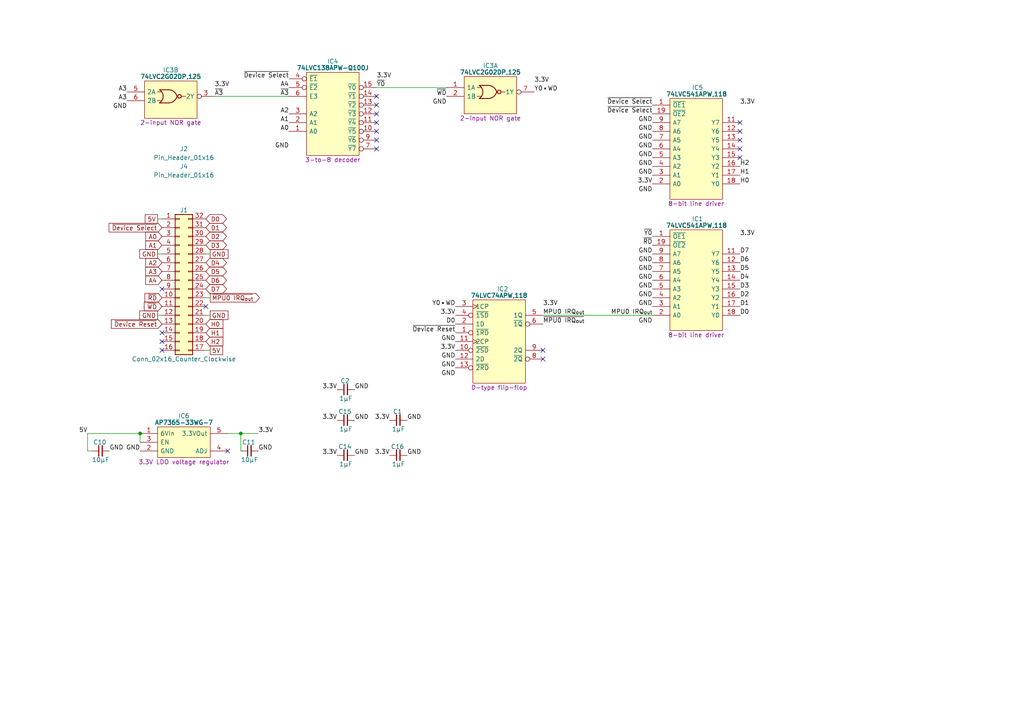
<source format=kicad_sch>
(kicad_sch (version 20250114) (generator "eeschema") (generator_version "9.0")
  (paper "A4")
  (title_block (title "Processor Small Device") (date "2025-09-19") (rev "V0"))
  (lib_symbols
    (symbol "Connector_Generic:Conn_02x16_Counter_Clockwise" (pin_names (offset 1.016) (hide yes))
      (property "Reference" "J" (at 1.27 20.32 0))
      (property "Value" "Conn_02x16_Counter_Clockwise" (at 1.27 -22.86 0))
      (symbol "Conn_02x16_Counter_Clockwise_1_1"
        (rectangle (start -1.27 19.05) (end 3.81 -21.59) (stroke (width 0.254)) (fill (type background)))
        (rectangle (start -1.27 17.907) (end 0 17.653) (stroke (width 0.1524)))
        (rectangle (start -1.27 15.367) (end 0 15.113) (stroke (width 0.1524)))
        (rectangle (start -1.27 12.827) (end 0 12.573) (stroke (width 0.1524)))
        (rectangle (start -1.27 10.287) (end 0 10.033) (stroke (width 0.1524)))
        (rectangle (start -1.27 7.747) (end 0 7.493) (stroke (width 0.1524)))
        (rectangle (start -1.27 5.207) (end 0 4.953) (stroke (width 0.1524)))
        (rectangle (start -1.27 2.667) (end 0 2.413) (stroke (width 0.1524)))
        (rectangle (start -1.27 0.127) (end 0 -0.127) (stroke (width 0.1524)))
        (rectangle (start -1.27 -2.413) (end 0 -2.667) (stroke (width 0.1524)))
        (rectangle (start -1.27 -4.953) (end 0 -5.207) (stroke (width 0.1524)))
        (rectangle (start -1.27 -7.493) (end 0 -7.747) (stroke (width 0.1524)))
        (rectangle (start -1.27 -10.033) (end 0 -10.287) (stroke (width 0.1524)))
        (rectangle (start -1.27 -12.573) (end 0 -12.827) (stroke (width 0.1524)))
        (rectangle (start -1.27 -15.113) (end 0 -15.367) (stroke (width 0.1524)))
        (rectangle (start -1.27 -17.653) (end 0 -17.907) (stroke (width 0.1524)))
        (rectangle (start -1.27 -20.193) (end 0 -20.447) (stroke (width 0.1524)))
        (rectangle (start 3.81 17.907) (end 2.54 17.653) (stroke (width 0.1524)))
        (rectangle (start 3.81 15.367) (end 2.54 15.113) (stroke (width 0.1524)))
        (rectangle (start 3.81 12.827) (end 2.54 12.573) (stroke (width 0.1524)))
        (rectangle (start 3.81 10.287) (end 2.54 10.033) (stroke (width 0.1524)))
        (rectangle (start 3.81 7.747) (end 2.54 7.493) (stroke (width 0.1524)))
        (rectangle (start 3.81 5.207) (end 2.54 4.953) (stroke (width 0.1524)))
        (rectangle (start 3.81 2.667) (end 2.54 2.413) (stroke (width 0.1524)))
        (rectangle (start 3.81 0.127) (end 2.54 -0.127) (stroke (width 0.1524)))
        (rectangle (start 3.81 -2.413) (end 2.54 -2.667) (stroke (width 0.1524)))
        (rectangle (start 3.81 -4.953) (end 2.54 -5.207) (stroke (width 0.1524)))
        (rectangle (start 3.81 -7.493) (end 2.54 -7.747) (stroke (width 0.1524)))
        (rectangle (start 3.81 -10.033) (end 2.54 -10.287) (stroke (width 0.1524)))
        (rectangle (start 3.81 -12.573) (end 2.54 -12.827) (stroke (width 0.1524)))
        (rectangle (start 3.81 -15.113) (end 2.54 -15.367) (stroke (width 0.1524)))
        (rectangle (start 3.81 -17.653) (end 2.54 -17.907) (stroke (width 0.1524)))
        (rectangle (start 3.81 -20.193) (end 2.54 -20.447) (stroke (width 0.1524)))
        (pin passive line (at -5.08 17.78 0) (length 3.81) (name "Pin_1") (number "1"))
        (pin passive line (at -5.08 15.24 0) (length 3.81) (name "Pin_2") (number "2"))
        (pin passive line (at -5.08 12.7 0) (length 3.81) (name "Pin_3") (number "3"))
        (pin passive line (at -5.08 10.16 0) (length 3.81) (name "Pin_4") (number "4"))
        (pin passive line (at -5.08 7.62 0) (length 3.81) (name "Pin_5") (number "5"))
        (pin passive line (at -5.08 5.08 0) (length 3.81) (name "Pin_6") (number "6"))
        (pin passive line (at -5.08 2.54 0) (length 3.81) (name "Pin_7") (number "7"))
        (pin passive line (at -5.08 0 0) (length 3.81) (name "Pin_8") (number "8"))
        (pin passive line (at -5.08 -2.54 0) (length 3.81) (name "Pin_9") (number "9"))
        (pin passive line (at -5.08 -5.08 0) (length 3.81) (name "Pin_10") (number "10"))
        (pin passive line (at -5.08 -7.62 0) (length 3.81) (name "Pin_11") (number "11"))
        (pin passive line (at -5.08 -10.16 0) (length 3.81) (name "Pin_12") (number "12"))
        (pin passive line (at -5.08 -12.7 0) (length 3.81) (name "Pin_13") (number "13"))
        (pin passive line (at -5.08 -15.24 0) (length 3.81) (name "Pin_14") (number "14"))
        (pin passive line (at -5.08 -17.78 0) (length 3.81) (name "Pin_15") (number "15"))
        (pin passive line (at -5.08 -20.32 0) (length 3.81) (name "Pin_16") (number "16"))
        (pin passive line (at 7.62 17.78 180) (length 3.81) (name "Pin_32") (number "32"))
        (pin passive line (at 7.62 15.24 180) (length 3.81) (name "Pin_31") (number "31"))
        (pin passive line (at 7.62 12.7 180) (length 3.81) (name "Pin_30") (number "30"))
        (pin passive line (at 7.62 10.16 180) (length 3.81) (name "Pin_29") (number "29"))
        (pin passive line (at 7.62 7.62 180) (length 3.81) (name "Pin_28") (number "28"))
        (pin passive line (at 7.62 5.08 180) (length 3.81) (name "Pin_27") (number "27"))
        (pin passive line (at 7.62 2.54 180) (length 3.81) (name "Pin_26") (number "26"))
        (pin passive line (at 7.62 0 180) (length 3.81) (name "Pin_25") (number "25"))
        (pin passive line (at 7.62 -2.54 180) (length 3.81) (name "Pin_24") (number "24"))
        (pin passive line (at 7.62 -5.08 180) (length 3.81) (name "Pin_23") (number "23"))
        (pin passive line (at 7.62 -7.62 180) (length 3.81) (name "Pin_22") (number "22"))
        (pin passive line (at 7.62 -10.16 180) (length 3.81) (name "Pin_21") (number "21"))
        (pin passive line (at 7.62 -12.7 180) (length 3.81) (name "Pin_20") (number "20"))
        (pin passive line (at 7.62 -15.24 180) (length 3.81) (name "Pin_19") (number "19"))
        (pin passive line (at 7.62 -17.78 180) (length 3.81) (name "Pin_18") (number "18"))
        (pin passive line (at 7.62 -20.32 180) (length 3.81) (name "Pin_17") (number "17"))
      )
    )
    (symbol "Diodes_Inc:AP7365-33WG-7" (pin_names (offset 0.762))
      (property "Reference" "IC" (at 12.7 5.08 0))
      (property "Value" "AP7365-33WG-7" (at 12.7 3.175 0))
      (property "Description" "3.3V LDO voltage regulator" (at 12.7 -8.255 0))
      (symbol "AP7365-33WG-7_0_0"
        (pin input line (at 0 -2.54 0) (length 5.08) (name "EN") (number "3"))
        (pin passive line (at 0 -5.08 0) (length 5.08) (name "GND") (number "2"))
        (pin passive line (at 25.4 -5.08 180) (length 5.08) (name "ADJ") (number "4"))
      )
      (symbol "AP7365-33WG-7_0_1"
        (polyline (pts (xy 5.08 1.905) (xy 20.32 1.905) (xy 20.32 -6.985) (xy 5.08 -6.985) (xy 5.08 1.905)) (fill (type background)))
      )
      (symbol "AP7365-33WG-7_1_0"
        (pin passive line (at 0 0 0) (length 5.08) (name "6VIn") (number "1"))
        (pin passive line (at 25.4 0 180) (length 5.08) (name "3.3VOut") (number "5"))
      )
    )
    (symbol "HCP65:C_0805" (pin_numbers (hide yes)) (pin_names (offset 0.254) (hide yes))
      (property "Reference" "C" (at 2.286 2.54 0))
      (property "Value" "?μF" (at 2.54 -2.54 0))
      (symbol "C_0805_0_1"
        (polyline (pts (xy 1.9685 -1.4605) (xy 1.9685 1.5875)) (stroke (width 0.3048)))
        (polyline (pts (xy 2.9845 -1.4605) (xy 2.9845 1.5875)) (stroke (width 0.3302)))
      )
      (symbol "C_0805_1_1"
        (pin passive line (at 0 0 0) (length 2.032) (name "~") (number "1"))
        (pin passive line (at 5.08 0 180) (length 2.032) (name "~") (number "2"))
      )
    )
    (symbol "HCP65:Pin_Header_01x16" (pin_names (offset 1.016) (hide yes))
      (property "Reference" "J" (at 0 1.27 0))
      (property "Value" "Pin_Header_01x16" (at 0 -1.27 0))
    )
    (symbol "Nexperia:74LVC138APW-Q100J" (pin_names (offset 0.762))
      (property "Reference" "IC" (at 12.7 3.175 0))
      (property "Value" "74LVC138APW-Q100J" (at 12.7 1.27 0))
      (property "Description" "3-to-8 decoder" (at 12.7 -25.4 0))
      (symbol "74LVC138APW-Q100J_0_0"
        (pin input line (at 0 -6.985 0) (length 5.08) (name "E3") (number "6"))
        (pin input line (at 0 -12.065 0) (length 5.08) (name "A2") (number "3"))
        (pin input line (at 0 -14.605 0) (length 5.08) (name "A1") (number "2"))
        (pin input line (at 0 -17.145 0) (length 5.08) (name "A0") (number "1"))
        (pin passive line (at 0 -22.225 0) (length 5.08) (hide yes) (name "GND") (number "8"))
        (pin passive line (at 25.4 -1.905 180) (length 5.08) (hide yes) (name "3V") (number "16"))
        (pin output inverted (at 25.4 -4.445 180) (length 5.08) (name "~{Y0}") (number "15"))
        (pin output inverted (at 25.4 -6.985 180) (length 5.08) (name "~{Y1}") (number "14"))
        (pin output inverted (at 25.4 -9.525 180) (length 5.08) (name "~{Y2}") (number "13"))
        (pin output inverted (at 25.4 -12.065 180) (length 5.08) (name "~{Y3}") (number "12"))
        (pin output inverted (at 25.4 -14.605 180) (length 5.08) (name "~{Y4}") (number "11"))
        (pin output inverted (at 25.4 -17.145 180) (length 5.08) (name "~{Y5}") (number "10"))
        (pin output inverted (at 25.4 -19.685 180) (length 5.08) (name "~{Y6}") (number "9"))
        (pin output inverted (at 25.4 -22.225 180) (length 5.08) (name "~{Y7}") (number "7"))
      )
      (symbol "74LVC138APW-Q100J_0_1"
        (polyline (pts (xy 5.08 0) (xy 20.32 0) (xy 20.32 -24.13) (xy 5.08 -24.13) (xy 5.08 0)) (stroke (width 0.1524)) (fill (type background)))
      )
      (symbol "74LVC138APW-Q100J_1_0"
        (pin input inverted (at 0 -1.905 0) (length 5.08) (name "~{E1}") (number "4"))
        (pin input inverted (at 0 -4.445 0) (length 5.08) (name "~{E2}") (number "5"))
      )
    )
    (symbol "Nexperia:74LVC2G02DP,125_Multi" (pin_names (offset 0.762))
      (property "Reference" "IC" (at 12.7 5.08 0))
      (property "Value" "74LVC2G02DP,125" (at 12.7 3.175 0))
      (property "Description" "2-input NOR gate" (at 12.7 -10.16 0))
      (symbol "74LVC2G02DP,125_Multi_0_0"
        (pin passive line (at 0 -6.35 0) (length 5.08) (hide yes) (name "GND") (number "4"))
        (pin passive line (at 25.4 0 180) (length 5.08) (hide yes) (name "3V") (number "8"))
      )
      (symbol "74LVC2G02DP,125_Multi_0_1"
        (polyline (pts (xy 5.08 1.905) (xy 20.32 1.905) (xy 20.32 -8.89) (xy 5.08 -8.89) (xy 5.08 1.905)) (stroke (width 0.1524)) (fill (type background)))
        (arc (start 9.437 -0.635) (mid 10.4969 -2.54) (end 9.437 -4.445) (stroke (width 0.254)))
        (polyline (pts (xy 8.802 -1.27) (xy 10.0719 -1.27)))
        (polyline (pts (xy 8.802 -3.81) (xy 10.0719 -3.81)))
        (polyline (pts (xy 11.977 -0.635) (xy 9.437 -0.635)) (stroke (width 0.254)) (fill (type background)))
        (polyline (pts (xy 11.977 -4.445) (xy 9.437 -4.445)) (stroke (width 0.254)) (fill (type background)))
        (arc (start 14.517 -2.54) (mid 13.5755 -3.9305) (end 11.977 -4.445) (stroke (width 0.254)))
        (arc (start 11.977 -0.635) (mid 13.576 -1.1488) (end 14.517 -2.54) (stroke (width 0.254)))
        (circle (center 15.24 -2.54) (radius 0.508) (stroke (width 0.254)))
        (polyline (pts (xy 15.875 -2.54) (xy 17.057 -2.54)))
      )
      (symbol "74LVC2G02DP,125_Multi_1_0"
        (pin input line (at 0 -1.27 0) (length 5.08) (name "1A") (number "1"))
        (pin input line (at 0 -3.81 0) (length 5.08) (name "1B") (number "2"))
        (pin output inverted (at 25.4 -2.54 180) (length 5.08) (name "1Y") (number "7"))
      )
      (symbol "74LVC2G02DP,125_Multi_2_0"
        (pin input line (at 0 -1.27 0) (length 5.08) (name "2A") (number "5"))
        (pin input line (at 0 -3.81 0) (length 5.08) (name "2B") (number "6"))
        (pin output inverted (at 25.4 -2.54 180) (length 5.08) (name "2Y") (number "3"))
      )
    )
    (symbol "Nexperia:74LVC541APW,118" (pin_names (offset 0.762))
      (property "Reference" "IC" (at 11.43 5.08 0))
      (property "Value" "74LVC541APW,118" (at 3.81 3.175 0))
      (property "Description" "8-bit line driver" (at 12.7 -28.575 0))
      (symbol "74LVC541APW,118_0_0"
        (pin input line (at 0 0 0) (length 5.08) (name "~{OE1}") (number "1"))
        (pin input line (at 0 -2.54 0) (length 5.08) (name "~{OE2}") (number "19"))
        (pin input line (at 0 -5.08 0) (length 5.08) (name "A7") (number "9"))
        (pin input line (at 0 -7.62 0) (length 5.08) (name "A6") (number "8"))
        (pin input line (at 0 -10.16 0) (length 5.08) (name "A5") (number "7"))
        (pin input line (at 0 -12.7 0) (length 5.08) (name "A4") (number "6"))
        (pin input line (at 0 -15.24 0) (length 5.08) (name "A3") (number "5"))
        (pin input line (at 0 -17.78 0) (length 5.08) (name "A2") (number "4"))
        (pin input line (at 0 -20.32 0) (length 5.08) (name "A1") (number "3"))
        (pin input line (at 0 -22.86 0) (length 5.08) (name "A0") (number "2"))
        (pin passive line (at 0 -25.4 0) (length 5.08) (hide yes) (name "GND") (number "10"))
        (pin passive line (at 25.4 0 180) (length 5.08) (hide yes) (name "3V") (number "20"))
        (pin tri_state line (at 25.4 -5.08 180) (length 5.08) (name "Y7") (number "11"))
        (pin tri_state line (at 25.4 -7.62 180) (length 5.08) (name "Y6") (number "12"))
        (pin tri_state line (at 25.4 -10.16 180) (length 5.08) (name "Y5") (number "13"))
        (pin tri_state line (at 25.4 -12.7 180) (length 5.08) (name "Y4") (number "14"))
        (pin tri_state line (at 25.4 -15.24 180) (length 5.08) (name "Y3") (number "15"))
        (pin tri_state line (at 25.4 -17.78 180) (length 5.08) (name "Y2") (number "16"))
        (pin tri_state line (at 25.4 -20.32 180) (length 5.08) (name "Y1") (number "17"))
        (pin tri_state line (at 25.4 -22.86 180) (length 5.08) (name "Y0") (number "18"))
      )
      (symbol "74LVC541APW,118_0_1"
        (polyline (pts (xy 5.08 1.905) (xy 20.32 1.905) (xy 20.32 -27.305) (xy 5.08 -27.305) (xy 5.08 1.905)) (stroke (width 0.1524)) (fill (type background)))
      )
    )
    (symbol "Nexperia:74LVC74APW,118" (pin_names (offset 0.762))
      (property "Reference" "IC" (at 12.065 5.08 0))
      (property "Value" "74LVC74APW,118" (at 12.7 3.175 0))
      (property "Description" "D-type flip-flop" (at 12.7 -23.495 0))
      (symbol "74LVC74APW,118_0_0"
        (pin input clock (at 0 0 0) (length 5.08) (name "1CP") (number "3"))
        (pin input inverted (at 0 -2.54 0) (length 5.08) (name "~{1SD}") (number "4"))
        (pin input line (at 0 -5.08 0) (length 5.08) (name "1D") (number "2"))
        (pin input inverted (at 0 -7.62 0) (length 5.08) (name "~{1RD}") (number "1"))
        (pin input clock (at 0 -10.16 0) (length 5.08) (name "2CP") (number "11"))
        (pin input inverted (at 0 -12.7 0) (length 5.08) (name "~{2SD}") (number "10"))
        (pin input line (at 0 -15.24 0) (length 5.08) (name "2D") (number "12"))
        (pin input inverted (at 0 -17.78 0) (length 5.08) (name "~{2RD}") (number "13"))
        (pin passive line (at 0 -20.32 0) (length 5.08) (hide yes) (name "GND") (number "7"))
        (pin passive line (at 25.4 0 180) (length 5.08) (hide yes) (name "3V") (number "14"))
        (pin output line (at 25.4 -2.54 180) (length 5.08) (name "1Q") (number "5"))
        (pin output inverted (at 25.4 -5.08 180) (length 5.08) (name "~{1Q}") (number "6"))
        (pin output line (at 25.4 -12.7 180) (length 5.08) (name "2Q") (number "9"))
        (pin output inverted (at 25.4 -15.24 180) (length 5.08) (name "~{2Q}") (number "8"))
      )
      (symbol "74LVC74APW,118_0_1"
        (polyline (pts (xy 5.08 1.905) (xy 20.32 1.905) (xy 20.32 -22.225) (xy 5.08 -22.225) (xy 5.08 1.905)) (stroke (width 0.1524)) (fill (type background)))
      )
    )
  )
  (junction (at 40.64 125.73))
  (junction (at 69.85 125.73))
  (no_connect (at 109.22 40.64))
  (no_connect (at 109.22 38.1))
  (no_connect (at 66.04 130.81))
  (no_connect (at 109.22 30.48))
  (no_connect (at 109.22 35.56))
  (no_connect (at 214.63 40.64))
  (no_connect (at 46.99 96.52))
  (no_connect (at 157.48 104.14))
  (no_connect (at 46.99 101.6))
  (no_connect (at 214.63 38.1))
  (no_connect (at 214.63 35.56))
  (no_connect (at 46.99 99.06))
  (no_connect (at 214.63 45.72))
  (no_connect (at 109.22 27.94))
  (no_connect (at 109.22 33.02))
  (no_connect (at 59.69 88.9))
  (no_connect (at 157.48 101.6))
  (no_connect (at 109.22 43.18))
  (no_connect (at 214.63 43.18))
  (no_connect (at 46.99 83.82))
  (wire (pts (xy 60.96 86.36) (xy 59.69 86.36)))
  (wire (pts (xy 69.85 130.81) (xy 69.85 125.73)))
  (wire (pts (xy 25.4 125.73) (xy 40.64 125.73)))
  (wire (pts (xy 45.72 91.44) (xy 46.99 91.44)))
  (wire (pts (xy 40.64 125.73) (xy 40.64 128.27)))
  (wire (pts (xy 60.96 101.6) (xy 59.69 101.6)))
  (wire (pts (xy 45.72 73.66) (xy 46.99 73.66)))
  (wire (pts (xy 157.48 91.44) (xy 189.23 91.44)))
  (wire (pts (xy 66.04 125.73) (xy 69.85 125.73)))
  (wire (pts (xy 62.23 27.94) (xy 83.82 27.94)))
  (wire (pts (xy 60.96 91.44) (xy 59.69 91.44)))
  (wire (pts (xy 25.4 125.73) (xy 25.4 130.81)))
  (wire (pts (xy 60.96 73.66) (xy 59.69 73.66)))
  (wire (pts (xy 109.22 25.4) (xy 129.54 25.4)))
  (wire (pts (xy 25.4 130.81) (xy 26.67 130.81)))
  (wire (pts (xy 45.72 63.5) (xy 46.99 63.5)))
  (wire (pts (xy 69.85 125.73) (xy 74.93 125.73)))
  (label "3.3V" (at 97.79 121.92 180))
  (label "3.3V" (at 214.63 30.48 0))
  (label "GND" (at 132.08 104.14 180))
  (label "A0" (at 83.82 38.1 180))
  (label "GND" (at 132.08 106.68 180))
  (label "3.3V" (at 132.08 101.6 180))
  (label "GND" (at 189.23 43.18 180))
  (label "GND" (at 132.08 109.22 180))
  (label "GND" (at 189.23 38.1 180))
  (label "3.3V" (at 189.23 53.34 180))
  (label "D2" (at 214.63 86.36 0))
  (label "GND" (at 74.93 130.81 0))
  (label "A1" (at 83.82 35.56 180))
  (label "D4" (at 214.63 81.28 0))
  (label "GND" (at 118.11 132.08 0))
  (label "GND" (at 189.23 40.64 180))
  (label "MPU0 IRQ_{out}" (at 157.48 91.44 0))
  (label "3.3V" (at 109.22 22.86 0))
  (label "D6" (at 214.63 76.2 0))
  (label "GND" (at 189.23 86.36 180))
  (label "3.3V" (at 132.08 91.44 180))
  (label "3.3V" (at 157.48 88.9 0))
  (label "GND" (at 31.75 130.81 0))
  (label "5V" (at 25.4 125.73 180))
  (label "3.3V" (at 97.79 132.08 180))
  (label "GND" (at 189.23 78.74 180))
  (label "H1" (at 214.63 50.8 0))
  (label "GND" (at 189.23 45.72 180))
  (label "3.3V" (at 97.79 113.03 180))
  (label "GND" (at 40.64 130.81 180))
  (label "~{Y0}" (at 109.22 25.4 0))
  (label "D3" (at 214.63 83.82 0))
  (label "GND" (at 189.23 93.98 180))
  (label "D1" (at 214.63 88.9 0))
  (label "GND" (at 102.87 132.08 0))
  (label "GND" (at 189.23 55.88 180))
  (label "MPU0 IRQ_{out}" (at 189.23 91.44 180))
  (label "3.3V" (at 154.94 24.13 0))
  (label "GND" (at 189.23 83.82 180))
  (label "A4" (at 83.82 25.4 180))
  (label "~{Y0}" (at 189.23 68.58 180))
  (label "~{A3}" (at 83.82 27.94 180))
  (label "~{Device Reset}" (at 132.08 96.52 180))
  (label "GND" (at 189.23 88.9 180))
  (label "~{WD}" (at 129.54 27.94 180))
  (label "GND" (at 102.87 113.03 0))
  (label "GND" (at 118.11 121.92 0))
  (label "D0" (at 132.08 93.98 180))
  (label "~{RD}" (at 189.23 71.12 180))
  (label "GND" (at 102.87 121.92 0))
  (label "GND" (at 189.23 50.8 180))
  (label "D5" (at 214.63 78.74 0))
  (label "GND" (at 83.82 43.18 180))
  (label "Y0•WD" (at 154.94 26.67 0))
  (label "D7" (at 214.63 73.66 0))
  (label "~{Device Select}" (at 189.23 33.02 180))
  (label "3.3V" (at 74.93 125.73 0))
  (label "3.3V" (at 214.63 68.58 0))
  (label "A2" (at 83.82 33.02 180))
  (label "A3" (at 36.83 26.67 180))
  (label "GND" (at 129.54 30.48 180))
  (label "GND" (at 189.23 81.28 180))
  (label "~{MPU0 IRQ_{out}}" (at 157.48 93.98 0))
  (label "D0" (at 214.63 91.44 0))
  (label "GND" (at 189.23 48.26 180))
  (label "A3" (at 36.83 29.21 180))
  (label "~{A3}" (at 62.23 27.94 0))
  (label "GND" (at 189.23 35.56 180))
  (label "GND" (at 189.23 73.66 180))
  (label "GND" (at 36.83 31.75 180))
  (label "H2" (at 214.63 48.26 0))
  (label "~{Device Select}" (at 83.82 22.86 180))
  (label "GND" (at 189.23 76.2 180))
  (label "3.3V" (at 113.03 121.92 180))
  (label "Y0•WD" (at 132.08 88.9 180))
  (label "3.3V" (at 62.23 25.4 0))
  (label "3.3V" (at 113.03 132.08 180))
  (label "H0" (at 214.63 53.34 0))
  (label "GND" (at 132.08 99.06 180))
  (label "~{Device Select}" (at 189.23 30.48 180))
  (global_label "D4" (shape tri_state) (at 59.69 76.2 0) (property "Intersheetrefs" "${INTERSHEET_REFS}" (effects (hide yes))))
  (global_label "~{WD}" (shape input) (at 46.99 88.9 180) (property "Intersheetrefs" "${INTERSHEET_REFS}" (effects (hide yes))))
  (global_label "~{MPU0 IRQ_{out}}" (shape output) (at 60.96 86.36 0) (property "Intersheetrefs" "${INTERSHEET_REFS}" (effects (hide yes))))
  (global_label "~{Device Reset}" (shape input) (at 46.99 93.98 180) (property "Intersheetrefs" "${INTERSHEET_REFS}" (effects (hide yes))))
  (global_label "A0" (shape input) (at 46.99 68.58 180) (property "Intersheetrefs" "${INTERSHEET_REFS}" (effects (hide yes))))
  (global_label "H2" (shape input) (at 59.69 99.06 0) (property "Intersheetrefs" "${INTERSHEET_REFS}" (effects (hide yes))))
  (global_label "~{Device Select}" (shape input) (at 46.99 66.04 180) (property "Intersheetrefs" "${INTERSHEET_REFS}" (effects (hide yes))))
  (global_label "D5" (shape tri_state) (at 59.69 78.74 0) (property "Intersheetrefs" "${INTERSHEET_REFS}" (effects (hide yes))))
  (global_label "D7" (shape tri_state) (at 59.69 83.82 0) (property "Intersheetrefs" "${INTERSHEET_REFS}" (effects (hide yes))))
  (global_label "D2" (shape tri_state) (at 59.69 68.58 0) (property "Intersheetrefs" "${INTERSHEET_REFS}" (effects (hide yes))))
  (global_label "A1" (shape input) (at 46.99 71.12 180) (property "Intersheetrefs" "${INTERSHEET_REFS}" (effects (hide yes))))
  (global_label "A2" (shape input) (at 46.99 76.2 180) (property "Intersheetrefs" "${INTERSHEET_REFS}" (effects (hide yes))))
  (global_label "H1" (shape input) (at 59.69 96.52 0) (property "Intersheetrefs" "${INTERSHEET_REFS}" (effects (hide yes))))
  (global_label "A4" (shape input) (at 46.99 81.28 180) (property "Intersheetrefs" "${INTERSHEET_REFS}" (effects (hide yes))))
  (global_label "5V" (shape passive) (at 45.72 63.5 180) (property "Intersheetrefs" "${INTERSHEET_REFS}" (effects (hide yes))))
  (global_label "GND" (shape passive) (at 60.96 73.66 0) (property "Intersheetrefs" "${INTERSHEET_REFS}" (effects (hide yes))))
  (global_label "5V" (shape passive) (at 60.96 101.6 0) (property "Intersheetrefs" "${INTERSHEET_REFS}" (effects (hide yes))))
  (global_label "GND" (shape passive) (at 45.72 73.66 180) (property "Intersheetrefs" "${INTERSHEET_REFS}" (effects (hide yes))))
  (global_label "GND" (shape passive) (at 60.96 91.44 0) (property "Intersheetrefs" "${INTERSHEET_REFS}" (effects (hide yes))))
  (global_label "D6" (shape tri_state) (at 59.69 81.28 0) (property "Intersheetrefs" "${INTERSHEET_REFS}" (effects (hide yes))))
  (global_label "D3" (shape tri_state) (at 59.69 71.12 0) (property "Intersheetrefs" "${INTERSHEET_REFS}" (effects (hide yes))))
  (global_label "D1" (shape tri_state) (at 59.69 66.04 0) (property "Intersheetrefs" "${INTERSHEET_REFS}" (effects (hide yes))))
  (global_label "GND" (shape passive) (at 45.72 91.44 180) (property "Intersheetrefs" "${INTERSHEET_REFS}" (effects (hide yes))))
  (global_label "~{RD}" (shape input) (at 46.99 86.36 180) (property "Intersheetrefs" "${INTERSHEET_REFS}" (effects (hide yes))))
  (global_label "A3" (shape input) (at 46.99 78.74 180) (property "Intersheetrefs" "${INTERSHEET_REFS}" (effects (hide yes))))
  (global_label "D0" (shape tri_state) (at 59.69 63.5 0) (property "Intersheetrefs" "${INTERSHEET_REFS}" (effects (hide yes))))
  (global_label "H0" (shape input) (at 59.69 93.98 0) (property "Intersheetrefs" "${INTERSHEET_REFS}" (effects (hide yes))))
  (symbol (lib_id "HCP65:C_0805") (at 97.79 121.92 0) (unit 1)
    (property "Reference" "C15" (at 100.076 119.38 0))
    (property "Value" "1μF" (at 100.33 124.46 0))
    (property "Footprint" "SamacSys_Parts:C_0805" (effects (hide yes)))
  )
  (symbol (lib_id "HCP65:Pin_Header_01x16") (at 53.34 49.53 0) (unit 1)
    (property "Reference" "J4" (at 53.34 48.26 0))
    (property "Value" "Pin_Header_01x16" (at 53.34 50.8 0))
    (property "Footprint" "SamacSys_Parts:PinHeader_1x16_P2.54mm_Vertical" (effects (hide yes)))
  )
  (symbol (lib_id "HCP65:C_0805") (at 113.03 121.92 0) (unit 1)
    (property "Reference" "C1" (at 115.316 119.38 0))
    (property "Value" "1μF" (at 115.57 124.46 0))
    (property "Footprint" "SamacSys_Parts:C_0805" (effects (hide yes)))
  )
  (symbol (lib_id "Nexperia:74LVC74APW,118") (at 132.08 88.9 0) (unit 1)
    (property "Reference" "IC2" (at 144.145 83.82 0) (effects (justify left)))
    (property "Value" "74LVC74APW,118" (at 144.78 85.725 0) (effects (font (bold yes))))
    (property "Footprint" "SamacSys_Parts:SOP65P640X110-14N" (effects (hide yes)))
    (property "Datasheet" "https://assets.nexperia.com/documents/data-sheet/74LVC74A.pdf" (effects (hide yes)))
    (property "Description" "D-type flip-flop" (at 144.78 112.395 0))
    (property "Height" "1.1" (effects (hide yes)))
    (property "Mouser Part Number" "771-74LVC74APW-T" (effects (hide yes)))
    (property "Mouser Price/Stock" "https://www.mouser.co.uk/ProductDetail/Nexperia/74LVC74APW118?qs=me8TqzrmIYVtXwVfet0lzw%3D%3D" (effects (hide yes)))
    (property "Manufacturer_Name" "Nexperia" (effects (hide yes)))
    (property "Manufacturer_Part_Number" "74LVC74APW,118" (effects (hide yes)))
    (property "Silkscreen" "74LVC74" (effects (hide yes)))
    (property "Garbage" "74LVC74A - Dual D-type flip-flop with set and reset; positive-edge trigger@en-us" (effects (hide yes)))
  )
  (symbol (lib_id "HCP65:Pin_Header_01x16") (at 53.34 44.45 0) (mirror y) (unit 1)
    (property "Reference" "J2" (at 53.34 43.18 0))
    (property "Value" "Pin_Header_01x16" (at 53.34 45.72 0))
    (property "Footprint" "SamacSys_Parts:PinHeader_1x16_P2.54mm_Vertical" (effects (hide yes)))
  )
  (symbol (lib_id "HCP65:C_0805") (at 113.03 132.08 0) (unit 1)
    (property "Reference" "C16" (at 115.316 129.54 0))
    (property "Value" "1μF" (at 115.57 134.62 0))
    (property "Footprint" "SamacSys_Parts:C_0805" (effects (hide yes)))
  )
  (symbol (lib_id "Nexperia:74LVC138APW-Q100J") (at 83.82 20.955 0) (unit 1)
    (property "Reference" "IC4" (at 96.52 17.78 0))
    (property "Value" "74LVC138APW-Q100J" (at 96.52 19.685 0) (effects (font (bold yes))))
    (property "Footprint" "SamacSys_Parts:SOP65P640X110-16N" (effects (hide yes)))
    (property "Datasheet" "https://assets.nexperia.com/documents/data-sheet/74LVC138A_Q100.pdf" (effects (hide yes)))
    (property "Description" "3-to-8 decoder" (at 96.52 46.355 0))
    (property "Height" "1.1" (effects (hide yes)))
    (property "Mouser Part Number" "771-74LVC138APWQ100J" (effects (hide yes)))
    (property "Mouser Price/Stock" "https://www.mouser.co.uk/ProductDetail/Nexperia/74LVC138APW-Q100J?qs=fi7yB2oewZnXKE82xo%252BhJQ%3D%3D" (effects (hide yes)))
    (property "Manufacturer_Name" "Nexperia" (effects (hide yes)))
    (property "Manufacturer_Part_Number" "74LVC138APW-Q100J" (effects (hide yes)))
    (property "Silkscreen" "74LVC138" (effects (hide yes)))
  )
  (symbol (lib_id "Nexperia:74LVC541APW,118") (at 189.23 30.48 0) (unit 1)
    (property "Reference" "IC5" (at 200.66 25.4 0) (effects (justify left)))
    (property "Value" "74LVC541APW,118" (at 193.04 27.305 0) (effects (font (bold yes)) (justify left)))
    (property "Footprint" "SamacSys_Parts:SOP65P640X110-20N" (effects (hide yes)))
    (property "Datasheet" "https://assets.nexperia.com/documents/data-sheet/74LVC541A.pdf" (effects (hide yes)))
    (property "Description" "8-bit line driver" (at 201.93 59.055 0))
    (property "Height" "1.1" (effects (hide yes)))
    (property "Mouser Part Number" "771-74LVC541APW-T" (effects (hide yes)))
    (property "Mouser Price/Stock" "https://www.mouser.co.uk/ProductDetail/Nexperia/74LVC541APW118?qs=me8TqzrmIYXvoPByM7nnJQ%3D%3D" (effects (hide yes)))
    (property "Manufacturer_Name" "Nexperia" (effects (hide yes)))
    (property "Manufacturer_Part_Number" "74LVC541APW,118" (effects (hide yes)))
    (property "Silkscreen" "74LVC541" (effects (hide yes)))
    (property "Garbage" "74LVC541A - Octal buffer/line driver with 5 V tolerant inputs/outputs; 3-state@en-us" (effects (hide yes)))
  )
  (symbol (lib_id "HCP65:C_0805") (at 26.67 130.81 0) (unit 1)
    (property "Reference" "C10" (at 28.956 128.27 0))
    (property "Value" "10µF" (at 26.67 133.35 0) (effects (justify left)))
    (property "Footprint" "SamacSys_Parts:C_0805" (effects (hide yes)))
  )
  (symbol (lib_id "Nexperia:74LVC541APW,118") (at 189.23 68.58 0) (unit 1)
    (property "Reference" "IC1" (at 200.66 63.5 0) (effects (justify left)))
    (property "Value" "74LVC541APW,118" (at 193.04 65.405 0) (effects (font (bold yes)) (justify left)))
    (property "Footprint" "SamacSys_Parts:SOP65P640X110-20N" (effects (hide yes)))
    (property "Datasheet" "https://assets.nexperia.com/documents/data-sheet/74LVC541A.pdf" (effects (hide yes)))
    (property "Description" "8-bit line driver" (at 201.93 97.155 0))
    (property "Height" "1.1" (effects (hide yes)))
    (property "Mouser Part Number" "771-74LVC541APW-T" (effects (hide yes)))
    (property "Mouser Price/Stock" "https://www.mouser.co.uk/ProductDetail/Nexperia/74LVC541APW118?qs=me8TqzrmIYXvoPByM7nnJQ%3D%3D" (effects (hide yes)))
    (property "Manufacturer_Name" "Nexperia" (effects (hide yes)))
    (property "Manufacturer_Part_Number" "74LVC541APW,118" (effects (hide yes)))
    (property "Silkscreen" "74LVC541" (effects (hide yes)))
    (property "Garbage" "74LVC541A - Octal buffer/line driver with 5 V tolerant inputs/outputs; 3-state@en-us" (effects (hide yes)))
  )
  (symbol (lib_id "HCP65:C_0805") (at 97.79 132.08 0) (unit 1)
    (property "Reference" "C14" (at 100.076 129.54 0))
    (property "Value" "1μF" (at 100.33 134.62 0))
    (property "Footprint" "SamacSys_Parts:C_0805" (effects (hide yes)))
  )
  (symbol (lib_id "Nexperia:74LVC2G02DP,125_Multi") (at 129.54 24.13 0) (unit 1)
    (property "Reference" "IC3" (at 142.24 19.05 0))
    (property "Value" "74LVC2G02DP,125" (at 142.24 20.955 0) (effects (font (bold yes))))
    (property "Footprint" "SamacSys_Parts:SOP65P400X110-8N" (effects (hide yes)))
    (property "Datasheet" "https://assets.nexperia.com/documents/data-sheet/74LVC2G02.pdf" (effects (hide yes)))
    (property "Description" "2-input NOR gate" (at 142.24 34.29 0))
    (property "Height" "1.1" (effects (hide yes)))
    (property "Mouser Part Number" "771-LVC2G02DP125" (effects (hide yes)))
    (property "Mouser Price/Stock" "https://www.mouser.co.uk/ProductDetail/Nexperia/74LVC2G02DP125?qs=me8TqzrmIYWiSMBpOBB%252Bsg%3D%3D" (effects (hide yes)))
    (property "Manufacturer_Name" "Nexperia" (effects (hide yes)))
    (property "Manufacturer_Part_Number" "74LVC2G02DP,125" (effects (hide yes)))
    (property "Silkscreen" "'2G02" (effects (hide yes)))
    (property "Garbage" "74LVC2G02 - Dual 2-input NOR gate@en-us" (effects (hide yes)))
  )
  (symbol (lib_id "Diodes_Inc:AP7365-33WG-7") (at 40.64 125.73 0) (unit 1)
    (property "Reference" "IC6" (at 53.34 120.65 0))
    (property "Value" "AP7365-33WG-7" (at 53.34 122.555 0) (effects (font (bold yes))))
    (property "Footprint" "SamacSys_Parts:SOT95P285X130-5N" (effects (hide yes)))
    (property "Datasheet" "https://componentsearchengine.com/Datasheets/1/AP7365-33WG-7.pdf" (effects (hide yes)))
    (property "Description" "3.3V LDO voltage regulator" (at 53.34 133.985 0))
    (property "Height" "1.3" (effects (hide yes)))
    (property "Manufacturer_Name" "Diodes Inc." (effects (hide yes)))
    (property "Manufacturer_Part_Number" "AP7365-33WG-7" (effects (hide yes)))
    (property "Mouser Part Number" "621-AP7365-33WG-7" (effects (hide yes)))
    (property "Mouser Price/Stock" "https://www.mouser.co.uk/ProductDetail/Diodes-Incorporated/AP7365-33WG-7?qs=abZ1nkZpTuOZFvxvoFPL0w%3D%3D" (effects (hide yes)))
    (property "Arrow Part Number" "AP7365-33WG-7" (effects (hide yes)))
    (property "Arrow Price/Stock" "https://www.arrow.com/en/products/ap7365-33wg-7/diodes-incorporated?region=nac" (effects (hide yes)))
    (property "Silkscreen" "AP7365" (effects (hide yes)))
  )
  (symbol (lib_id "Nexperia:74LVC2G02DP,125_Multi") (at 36.83 25.4 0) (unit 2)
    (property "Reference" "IC3" (at 49.53 20.32 0))
    (property "Value" "74LVC2G02DP,125" (at 49.53 22.225 0) (effects (font (bold yes))))
    (property "Footprint" "SamacSys_Parts:SOP65P400X110-8N" (effects (hide yes)))
    (property "Datasheet" "https://assets.nexperia.com/documents/data-sheet/74LVC2G02.pdf" (effects (hide yes)))
    (property "Description" "2-input NOR gate" (at 49.53 35.56 0))
    (property "Height" "1.1" (effects (hide yes)))
    (property "Mouser Part Number" "771-LVC2G02DP125" (effects (hide yes)))
    (property "Mouser Price/Stock" "https://www.mouser.co.uk/ProductDetail/Nexperia/74LVC2G02DP125?qs=me8TqzrmIYWiSMBpOBB%252Bsg%3D%3D" (effects (hide yes)))
    (property "Manufacturer_Name" "Nexperia" (effects (hide yes)))
    (property "Manufacturer_Part_Number" "74LVC2G02DP,125" (effects (hide yes)))
    (property "Silkscreen" "'2G02" (effects (hide yes)))
    (property "Garbage" "74LVC2G02 - Dual 2-input NOR gate@en-us" (effects (hide yes)))
  )
  (symbol (lib_id "HCP65:C_0805") (at 69.85 130.81 0) (unit 1)
    (property "Reference" "C11" (at 72.136 128.27 0))
    (property "Value" "10µF" (at 69.85 133.35 0) (effects (justify left)))
    (property "Footprint" "SamacSys_Parts:C_0805" (effects (hide yes)))
  )
  (symbol (lib_id "Connector_Generic:Conn_02x16_Counter_Clockwise") (at 52.07 81.28 0) (unit 1)
    (property "Reference" "J1" (at 53.34 60.96 0))
    (property "Value" "Conn_02x16_Counter_Clockwise" (at 53.34 104.14 0))
    (property "Footprint" "SamacSys_Parts:DIP-32_Board_W15.24mm" (effects (hide yes)))
    (property "Description" "Generic connector, double row, 02x16, counter clockwise pin numbering scheme (similar to DIP package numbering), script generated (kicad-library-utils/schlib/autogen/connector/)" (effects (hide yes)))
  )
  (symbol (lib_id "HCP65:C_0805") (at 97.79 113.03 0) (unit 1)
    (property "Reference" "C2" (at 100.076 110.49 0))
    (property "Value" "1μF" (at 100.33 115.57 0))
    (property "Footprint" "SamacSys_Parts:C_0805" (effects (hide yes)))
  )
)
</source>
